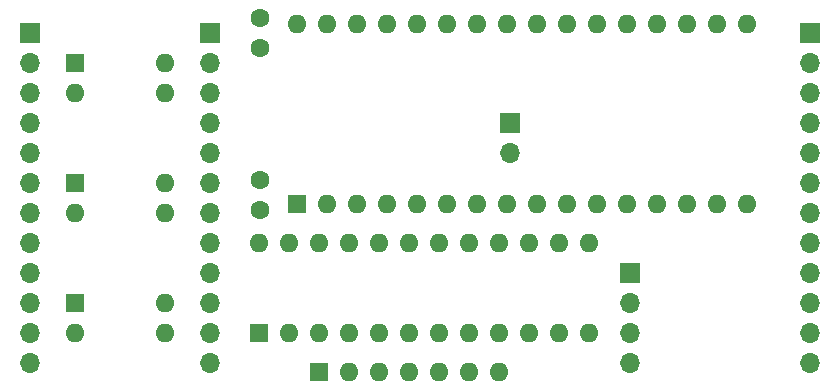
<source format=gbr>
%TF.GenerationSoftware,KiCad,Pcbnew,7.0.2-0*%
%TF.CreationDate,2023-12-14T06:19:47-08:00*%
%TF.ProjectId,c64-rom-326298,6336342d-726f-46d2-9d33-32363239382e,1.0*%
%TF.SameCoordinates,Original*%
%TF.FileFunction,Soldermask,Bot*%
%TF.FilePolarity,Negative*%
%FSLAX46Y46*%
G04 Gerber Fmt 4.6, Leading zero omitted, Abs format (unit mm)*
G04 Created by KiCad (PCBNEW 7.0.2-0) date 2023-12-14 06:19:47*
%MOMM*%
%LPD*%
G01*
G04 APERTURE LIST*
%ADD10R,1.600000X1.600000*%
%ADD11O,1.600000X1.600000*%
%ADD12C,1.600000*%
%ADD13R,1.700000X1.700000*%
%ADD14O,1.700000X1.700000*%
G04 APERTURE END LIST*
D10*
%TO.C,SW103*%
X117840600Y-108331000D03*
D11*
X117840600Y-110871000D03*
X125460600Y-110871000D03*
X125460600Y-108331000D03*
%TD*%
D10*
%TO.C,U101*%
X136652000Y-99974400D03*
D11*
X139192000Y-99974400D03*
X141732000Y-99974400D03*
X144272000Y-99974400D03*
X146812000Y-99974400D03*
X149352000Y-99974400D03*
X151892000Y-99974400D03*
X154432000Y-99974400D03*
X156972000Y-99974400D03*
X159512000Y-99974400D03*
X162052000Y-99974400D03*
X164592000Y-99974400D03*
X167132000Y-99974400D03*
X169672000Y-99974400D03*
X172212000Y-99974400D03*
X174752000Y-99974400D03*
X174752000Y-84734400D03*
X172212000Y-84734400D03*
X169672000Y-84734400D03*
X167132000Y-84734400D03*
X164592000Y-84734400D03*
X162052000Y-84734400D03*
X159512000Y-84734400D03*
X156972000Y-84734400D03*
X154432000Y-84734400D03*
X151892000Y-84734400D03*
X149352000Y-84734400D03*
X146812000Y-84734400D03*
X144272000Y-84734400D03*
X141732000Y-84734400D03*
X139192000Y-84734400D03*
X136652000Y-84734400D03*
%TD*%
D10*
%TO.C,SW102*%
X117840600Y-98171000D03*
D11*
X117840600Y-100711000D03*
X125460600Y-100711000D03*
X125460600Y-98171000D03*
%TD*%
D10*
%TO.C,SW101*%
X117840600Y-88011000D03*
D11*
X117840600Y-90551000D03*
X125460600Y-90551000D03*
X125460600Y-88011000D03*
%TD*%
D12*
%TO.C,C102*%
X133451600Y-100462400D03*
X133451600Y-97962400D03*
%TD*%
D10*
%TO.C,U102*%
X133375400Y-110886400D03*
D11*
X135915400Y-110886400D03*
X138455400Y-110886400D03*
X140995400Y-110886400D03*
X143535400Y-110886400D03*
X146075400Y-110886400D03*
X148615400Y-110886400D03*
X151155400Y-110886400D03*
X153695400Y-110886400D03*
X156235400Y-110886400D03*
X158775400Y-110886400D03*
X161315400Y-110886400D03*
X161315400Y-103266400D03*
X158775400Y-103266400D03*
X156235400Y-103266400D03*
X153695400Y-103266400D03*
X151155400Y-103266400D03*
X148615400Y-103266400D03*
X146075400Y-103266400D03*
X143535400Y-103266400D03*
X140995400Y-103266400D03*
X138455400Y-103266400D03*
X135915400Y-103266400D03*
X133375400Y-103266400D03*
%TD*%
D12*
%TO.C,C101*%
X133477000Y-84226400D03*
X133477000Y-86726400D03*
%TD*%
D10*
%TO.C,RN101*%
X138455400Y-114198400D03*
D11*
X140995400Y-114198400D03*
X143535400Y-114198400D03*
X146075400Y-114198400D03*
X148615400Y-114198400D03*
X151155400Y-114198400D03*
X153695400Y-114198400D03*
%TD*%
D13*
%TO.C,J1*%
X114020600Y-85496400D03*
D14*
X114020600Y-88036400D03*
X114020600Y-90576400D03*
X114020600Y-93116400D03*
X114020600Y-95656400D03*
X114020600Y-98196400D03*
X114020600Y-100736400D03*
X114020600Y-103276400D03*
X114020600Y-105816400D03*
X114020600Y-108356400D03*
X114020600Y-110896400D03*
X114020600Y-113436400D03*
%TD*%
D13*
%TO.C,J4*%
X164795200Y-105816400D03*
D14*
X164795200Y-108356400D03*
X164795200Y-110896400D03*
X164795200Y-113436400D03*
%TD*%
D13*
%TO.C,J3*%
X154660600Y-93111400D03*
D14*
X154660600Y-95651400D03*
%TD*%
D13*
%TO.C,J5*%
X180060600Y-85496400D03*
D14*
X180060600Y-88036400D03*
X180060600Y-90576400D03*
X180060600Y-93116400D03*
X180060600Y-95656400D03*
X180060600Y-98196400D03*
X180060600Y-100736400D03*
X180060600Y-103276400D03*
X180060600Y-105816400D03*
X180060600Y-108356400D03*
X180060600Y-110896400D03*
X180060600Y-113436400D03*
%TD*%
D13*
%TO.C,J2*%
X129260600Y-85496400D03*
D14*
X129260600Y-88036400D03*
X129260600Y-90576400D03*
X129260600Y-93116400D03*
X129260600Y-95656400D03*
X129260600Y-98196400D03*
X129260600Y-100736400D03*
X129260600Y-103276400D03*
X129260600Y-105816400D03*
X129260600Y-108356400D03*
X129260600Y-110896400D03*
X129260600Y-113436400D03*
%TD*%
M02*

</source>
